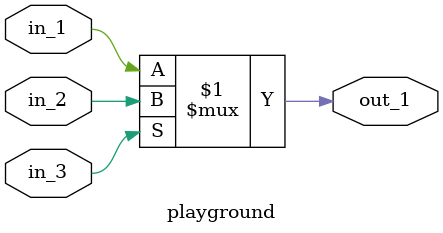
<source format=v>
module playground
(
    input in_1,
    input in_2,
    input in_3,

    output out_1
);
    assign out_1 = in_3 ? in_2 : in_1;

endmodule
</source>
